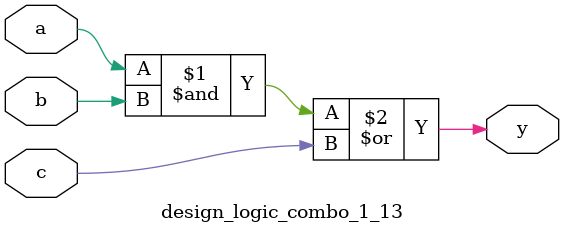
<source format=sv>
module design_logic_combo_1_13(input logic a,b,c, output logic y);
  assign y = (a & b) | c;
endmodule

</source>
